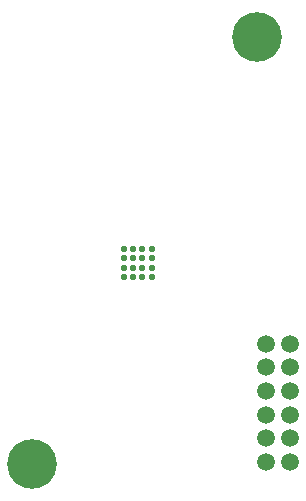
<source format=gbr>
%TF.GenerationSoftware,Altium Limited,Altium Designer,25.2.1 (25)*%
G04 Layer_Color=16711935*
%FSLAX45Y45*%
%MOMM*%
%TF.SameCoordinates,8F26995F-0812-4D31-8AB3-3E4BC66F6DA6*%
%TF.FilePolarity,Negative*%
%TF.FileFunction,Soldermask,Bot*%
%TF.Part,Single*%
G01*
G75*
%TA.AperFunction,ComponentPad*%
%ADD65C,4.20320*%
%ADD66C,1.49860*%
%ADD67C,0.55880*%
D65*
X1016000Y1905000D02*
D03*
X-889000Y-1714500D02*
D03*
D66*
X1292200Y-1695399D02*
D03*
X1092200D02*
D03*
X1292200Y-1495400D02*
D03*
X1092200D02*
D03*
X1292200Y-1295400D02*
D03*
X1092200D02*
D03*
X1292200Y-1095400D02*
D03*
X1092200D02*
D03*
X1292200Y-895401D02*
D03*
X1092200D02*
D03*
X1292200Y-695401D02*
D03*
X1092200D02*
D03*
D67*
X-111912Y108168D02*
D03*
X-33172D02*
D03*
X45568D02*
D03*
X124308D02*
D03*
X-111912Y29428D02*
D03*
X-33172D02*
D03*
X45568D02*
D03*
X124308D02*
D03*
X-111912Y-49312D02*
D03*
X-33172D02*
D03*
X45568D02*
D03*
X124308D02*
D03*
X-111912Y-128052D02*
D03*
X-33172D02*
D03*
X45568D02*
D03*
X124308D02*
D03*
%TF.MD5,6b1f8dad58347a520f91df055590b571*%
M02*

</source>
